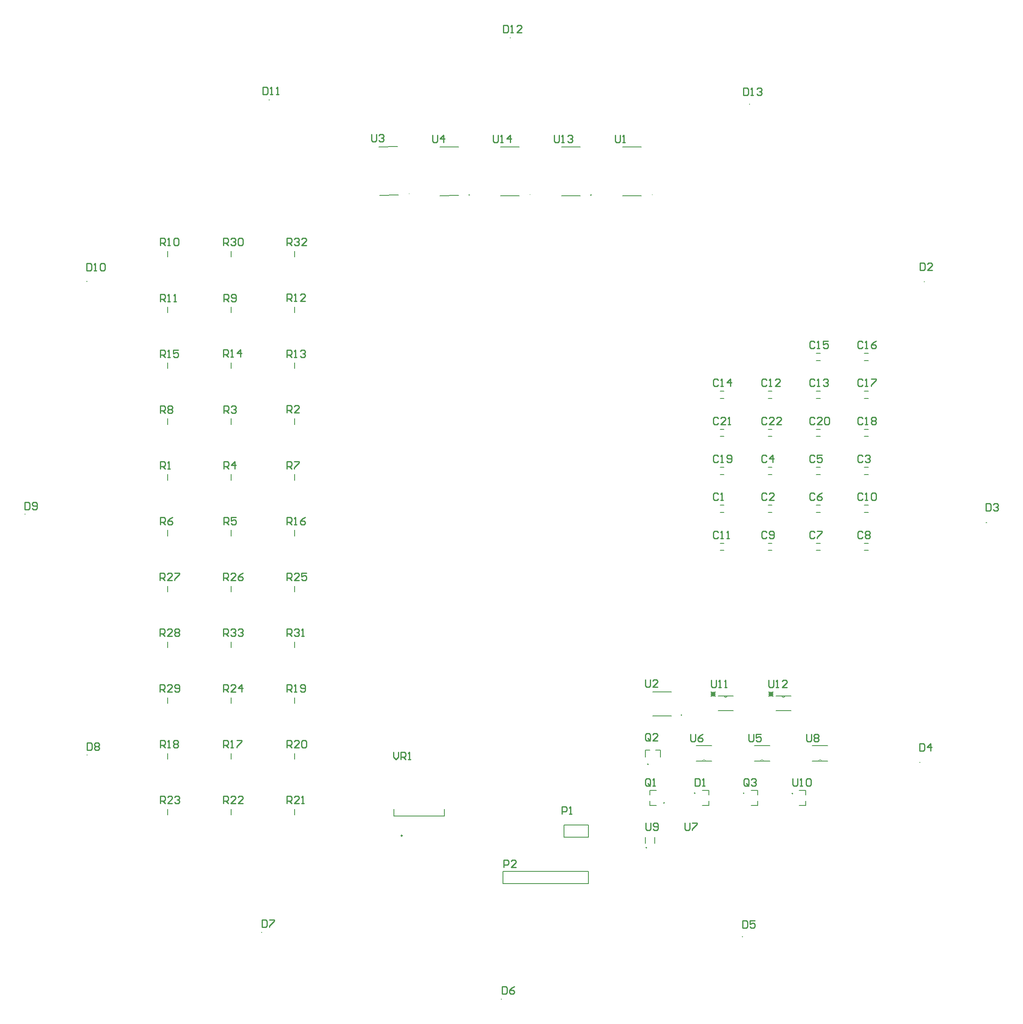
<source format=gbr>
%TF.GenerationSoftware,Altium Limited,Altium Designer,20.2.3 (150)*%
G04 Layer_Color=65535*
%FSLAX45Y45*%
%MOMM*%
%TF.SameCoordinates,D065702F-5D7C-4ECE-B493-19553C93D9E3*%
%TF.FilePolarity,Positive*%
%TF.FileFunction,Legend,Top*%
%TF.Part,Single*%
G01*
G75*
%TA.AperFunction,NonConductor*%
%ADD54C,0.20000*%
%ADD55C,0.12700*%
%ADD56C,0.25400*%
%ADD70C,0.00000*%
%ADD71C,0.15240*%
%ADD72C,0.25000*%
D54*
X13933437Y4147240D02*
G03*
X13933437Y4147240I-10000J0D01*
G01*
X14663745Y6905424D02*
G03*
X14663745Y6905424I-10000J0D01*
G01*
X15956410Y5278948D02*
G03*
X15956410Y5278948I-10000J0D01*
G01*
X14300247Y5078948D02*
G03*
X14300247Y5078948I-10000J0D01*
G01*
X14940247Y5278945D02*
G03*
X14940247Y5278945I-10000J0D01*
G01*
X13966934Y5880918D02*
G03*
X13966934Y5880918I-10000J0D01*
G01*
X16972569Y5272947D02*
G03*
X16972569Y5272947I-10000J0D01*
G01*
X14045103Y17729718D02*
G03*
X14045103Y17729718I-7787J-6274D01*
G01*
X10242006Y17732185D02*
G03*
X10242006Y17732185I-5796J-8149D01*
G01*
X11500069Y17733086D02*
G03*
X11500069Y17733086I2653J-9642D01*
G01*
X12780021Y17723444D02*
G03*
X12780021Y17723444I-10000J0D01*
G01*
X8989558Y17746742D02*
G03*
X8989558Y17746742I-3386J-9409D01*
G01*
X18461188Y10330155D02*
X18541187D01*
X18461188Y10480157D02*
X18541187D01*
X17460864Y10330155D02*
X17540865D01*
X17460864Y10480157D02*
X17540865D01*
X16460541Y10330155D02*
X16540541D01*
X16460541Y10480157D02*
X16540541D01*
X15460228Y10330155D02*
X15540228D01*
X15460228Y10480157D02*
X15540228D01*
X18461182Y11120476D02*
X18541182D01*
X18461182Y11270478D02*
X18541182D01*
X17460860Y11120476D02*
X17540858D01*
X17460860Y11270478D02*
X17540858D01*
X16460536Y11120476D02*
X16540536D01*
X16460536Y11270478D02*
X16540536D01*
X15460228Y11120476D02*
X15540228D01*
X15460228Y11270478D02*
X15540228D01*
X18461182Y11910792D02*
X18541182D01*
X18461182Y12060794D02*
X18541182D01*
X17460860Y11910792D02*
X17540858D01*
X17460860Y12060794D02*
X17540858D01*
X16460541Y11910792D02*
X16540541D01*
X16460541Y12060794D02*
X16540541D01*
X15460223Y11910797D02*
X15540224D01*
X15460223Y12060794D02*
X15540224D01*
X18461188Y12701118D02*
X18541187D01*
X18461188Y12851115D02*
X18541187D01*
X17460864Y12701118D02*
X17540865D01*
X17460864Y12851115D02*
X17540865D01*
X16460541Y12701118D02*
X16540541D01*
X16460541Y12851115D02*
X16540541D01*
X15460228Y12701118D02*
X15540228D01*
X15460228Y12851115D02*
X15540228D01*
X18461182Y13491438D02*
X18541182D01*
X18461182Y13641435D02*
X18541182D01*
X17460860Y13491438D02*
X17540858D01*
X17460860Y13641435D02*
X17540858D01*
X16460536Y13491438D02*
X16540536D01*
X16460536Y13641435D02*
X16540536D01*
X15460217Y13491438D02*
X15540218D01*
X15460217Y13641435D02*
X15540218D01*
X18461182Y14281755D02*
X18541182D01*
X18461182Y14431752D02*
X18541182D01*
X17460860Y14281755D02*
X17540858D01*
X17460860Y14431752D02*
X17540858D01*
X3962217Y16434044D02*
Y16554044D01*
X5282545Y16434044D02*
Y16554044D01*
X6602857Y16434044D02*
X6602862Y16554044D01*
X3962222Y15273726D02*
Y15393726D01*
X5282545Y15273726D02*
Y15393726D01*
X6602862Y15273726D02*
Y15393726D01*
X3962217Y14113403D02*
Y14233403D01*
X5282540Y14113403D02*
Y14233403D01*
X6602857Y14113403D02*
Y14233403D01*
X3962222Y12953085D02*
Y13073085D01*
X5282540Y12953085D02*
Y13073085D01*
X6602857Y12953085D02*
Y13073085D01*
X3962217Y11792763D02*
Y11912763D01*
X5282540Y11792763D02*
Y11912763D01*
X6602862Y11792763D02*
Y11912763D01*
X3962222Y10632445D02*
Y10752445D01*
X5282545Y10632445D02*
Y10752445D01*
X6602857Y10632445D02*
Y10752445D01*
X3962222Y9472127D02*
Y9592127D01*
X5282545Y9472127D02*
Y9592127D01*
X6602862Y9472127D02*
Y9592127D01*
X3962222Y8311805D02*
Y8431804D01*
X5282540Y8311799D02*
Y8431804D01*
X6602857Y8311805D02*
X6602862Y8431804D01*
X3962222Y7151487D02*
Y7271487D01*
X5282540Y7151487D02*
Y7271487D01*
X6602862Y7151487D02*
Y7271487D01*
X3962222Y5991164D02*
Y6111164D01*
X5282545Y5991164D02*
Y6111164D01*
X6602862Y5991164D02*
Y6111164D01*
X3962217Y4830846D02*
Y4950846D01*
X5282540Y4830846D02*
Y4950846D01*
X6602857Y4830846D02*
Y4950846D01*
X8670244Y4807458D02*
Y4947458D01*
Y4807458D02*
X9720240D01*
Y4947458D01*
X12720569Y4363679D02*
Y4617679D01*
X12212569Y4363679D02*
X12720569D01*
X12212569D02*
Y4617679D01*
X12720569D01*
X10942569Y3394893D02*
X12720569D01*
Y3648893D01*
X10942569D02*
X12720569D01*
X10942569Y3394893D02*
Y3648893D01*
X20993791Y10910077D02*
X21003789Y10909940D01*
X11090001Y20995004D02*
Y21005008D01*
X16075299Y19610699D02*
X16080322Y19619347D01*
X6075441Y19709587D02*
X6080440Y19700926D01*
X2282718Y15929752D02*
X2290714Y15923747D01*
X994644Y11089980D02*
X1004641Y11090021D01*
X2290760Y6075665D02*
X2299442Y6080623D01*
X5919556Y2380412D02*
X5924555Y2389068D01*
X10910001Y994994D02*
Y1004992D01*
X15919562Y2299071D02*
X15924561Y2290409D01*
X19610928Y5924555D02*
X19619591Y5919556D01*
X19700931Y15919562D02*
X19709587Y15924561D01*
D55*
X14095238Y4234439D02*
Y4364441D01*
X13900439Y4234439D02*
Y4364441D01*
X14054745Y7388423D02*
X14444746D01*
X14054745Y6883425D02*
X14444746D01*
X16241409Y5022449D02*
Y5117450D01*
Y5240452D02*
Y5335448D01*
X16101411D02*
X16241409D01*
X16101411Y5022449D02*
X16241409D01*
X13995248Y5240447D02*
Y5335448D01*
Y5022449D02*
Y5117450D01*
Y5022449D02*
X14135246D01*
X13995248Y5335448D02*
X14135246D01*
X15225249Y5022449D02*
Y5117445D01*
Y5240447D02*
Y5335448D01*
X15085248D02*
X15225249D01*
X15085248Y5022449D02*
X15225249D01*
X14118433Y6175919D02*
X14213434D01*
X13900433D02*
X13995430D01*
X13900433Y6035914D02*
Y6175919D01*
X14213434Y6035914D02*
Y6175919D01*
X17237569Y5027447D02*
Y5118948D01*
Y5243947D02*
Y5335448D01*
X17107565Y5027447D02*
X17237569D01*
X17107565Y5335448D02*
X17237569D01*
X13427817Y18724443D02*
X13817818D01*
X13427817Y17711440D02*
X13817818Y17711446D01*
X9625945Y18724565D02*
X10015946Y18724866D01*
X9626722Y17711568D02*
X10016724Y17711867D01*
X10893227Y18724443D02*
X11283224Y18724448D01*
X10893222Y17711446D02*
X11283224D01*
X12160519Y18724443D02*
X12550521D01*
X12160519Y17711446D02*
X12550521D01*
X8358729Y18727180D02*
X8748659Y18734212D01*
X8376991Y17714346D02*
X8766922Y17721378D01*
D56*
X15269934Y7382574D02*
X15354573Y7297934D01*
X15269934D02*
X15354573Y7382574D01*
X15269934Y7340254D02*
X15354573D01*
X15312253Y7297934D02*
Y7382574D01*
X16471915D02*
X16556554Y7297934D01*
X16471915D02*
X16556554Y7382574D01*
X16471915Y7340254D02*
X16556554D01*
X16514235Y7297934D02*
Y7382574D01*
X8660569Y6135316D02*
Y6033748D01*
X8711353Y5982965D01*
X8762137Y6033748D01*
Y6135316D01*
X8812920Y5982965D02*
Y6135316D01*
X8889096D01*
X8914487Y6109924D01*
Y6059140D01*
X8889096Y6033748D01*
X8812920D01*
X8863704D02*
X8914487Y5982965D01*
X8965271D02*
X9016054D01*
X8990663D01*
Y6135316D01*
X8965271Y6109924D01*
X10739714Y18969189D02*
Y18842232D01*
X10765106Y18816840D01*
X10815890D01*
X10841282Y18842232D01*
Y18969189D01*
X10892065Y18816840D02*
X10942849D01*
X10917457D01*
Y18969189D01*
X10892065Y18943799D01*
X11095199Y18816840D02*
Y18969189D01*
X11019024Y18893015D01*
X11120591D01*
X12006581Y18969496D02*
Y18842537D01*
X12031973Y18817145D01*
X12082756D01*
X12108148Y18842537D01*
Y18969496D01*
X12158932Y18817145D02*
X12209715D01*
X12184324D01*
Y18969496D01*
X12158932Y18944104D01*
X12285891D02*
X12311282Y18969496D01*
X12362066D01*
X12387458Y18944104D01*
Y18918712D01*
X12362066Y18893320D01*
X12336674D01*
X12362066D01*
X12387458Y18867928D01*
Y18842537D01*
X12362066Y18817145D01*
X12311282D01*
X12285891Y18842537D01*
X16473186Y7636135D02*
Y7509176D01*
X16498576Y7483785D01*
X16549361D01*
X16574751Y7509176D01*
Y7636135D01*
X16625536Y7483785D02*
X16676318D01*
X16650928D01*
Y7636135D01*
X16625536Y7610743D01*
X16854062Y7483785D02*
X16752495D01*
X16854062Y7585352D01*
Y7610743D01*
X16828670Y7636135D01*
X16777885D01*
X16752495Y7610743D01*
X15271204Y7636135D02*
Y7509176D01*
X15296596Y7483785D01*
X15347379D01*
X15372771Y7509176D01*
Y7636135D01*
X15423553Y7483785D02*
X15474338D01*
X15448946D01*
Y7636135D01*
X15423553Y7610743D01*
X15550513Y7483785D02*
X15601297D01*
X15575905D01*
Y7636135D01*
X15550513Y7610743D01*
X16968098Y5581448D02*
Y5454489D01*
X16993491Y5429097D01*
X17044273D01*
X17069666Y5454489D01*
Y5581448D01*
X17120450Y5429097D02*
X17171233D01*
X17145842D01*
Y5581448D01*
X17120450Y5556056D01*
X17247408D02*
X17272800Y5581448D01*
X17323584D01*
X17348976Y5556056D01*
Y5454489D01*
X17323584Y5429097D01*
X17272800D01*
X17247408Y5454489D01*
Y5556056D01*
X13909537Y4661071D02*
Y4534112D01*
X13934927Y4508720D01*
X13985712D01*
X14011102Y4534112D01*
Y4661071D01*
X14061887Y4534112D02*
X14087279Y4508720D01*
X14138062D01*
X14163454Y4534112D01*
Y4635679D01*
X14138062Y4661071D01*
X14087279D01*
X14061887Y4635679D01*
Y4610287D01*
X14087279Y4584895D01*
X14163454D01*
X17259439Y6505648D02*
Y6378689D01*
X17284831Y6353297D01*
X17335614D01*
X17361006Y6378689D01*
Y6505648D01*
X17411790Y6480256D02*
X17437183Y6505648D01*
X17487965D01*
X17513358Y6480256D01*
Y6454865D01*
X17487965Y6429473D01*
X17513358Y6404081D01*
Y6378689D01*
X17487965Y6353297D01*
X17437183D01*
X17411790Y6378689D01*
Y6404081D01*
X17437183Y6429473D01*
X17411790Y6454865D01*
Y6480256D01*
X17437183Y6429473D02*
X17487965D01*
X14728256Y4663698D02*
Y4536739D01*
X14753648Y4511347D01*
X14804431D01*
X14829823Y4536739D01*
Y4663698D01*
X14880608D02*
X14982175D01*
Y4638306D01*
X14880608Y4536739D01*
Y4511347D01*
X14845490Y6506392D02*
Y6379433D01*
X14870882Y6354041D01*
X14921664D01*
X14947057Y6379433D01*
Y6506392D01*
X15099406D02*
X15048624Y6481000D01*
X14997839Y6430216D01*
Y6379433D01*
X15023232Y6354041D01*
X15074014D01*
X15099406Y6379433D01*
Y6404824D01*
X15074014Y6430216D01*
X14997839D01*
X16052380Y6506428D02*
Y6379469D01*
X16077773Y6354077D01*
X16128555D01*
X16153947Y6379469D01*
Y6506428D01*
X16306297D02*
X16204732D01*
Y6430253D01*
X16255515Y6455644D01*
X16280907D01*
X16306297Y6430253D01*
Y6379469D01*
X16280907Y6354077D01*
X16230122D01*
X16204732Y6379469D01*
X9473695Y18970161D02*
Y18843202D01*
X9499086Y18817810D01*
X9549870D01*
X9575262Y18843202D01*
Y18970161D01*
X9702221Y18817810D02*
Y18970161D01*
X9626045Y18893987D01*
X9727612D01*
X8206100Y18982832D02*
Y18855875D01*
X8231492Y18830482D01*
X8282276D01*
X8307668Y18855875D01*
Y18982832D01*
X8358451Y18957442D02*
X8383843Y18982832D01*
X8434627D01*
X8460018Y18957442D01*
Y18932050D01*
X8434627Y18906657D01*
X8409235D01*
X8434627D01*
X8460018Y18881265D01*
Y18855875D01*
X8434627Y18830482D01*
X8383843D01*
X8358451Y18855875D01*
X13902785Y7637335D02*
Y7510376D01*
X13928177Y7484984D01*
X13978961D01*
X14004352Y7510376D01*
Y7637335D01*
X14156703Y7484984D02*
X14055136D01*
X14156703Y7586551D01*
Y7611943D01*
X14131311Y7637335D01*
X14080528D01*
X14055136Y7611943D01*
X13273820Y18970009D02*
Y18843050D01*
X13299213Y18817657D01*
X13349995D01*
X13375388Y18843050D01*
Y18970009D01*
X13426172Y18817657D02*
X13476955D01*
X13451564D01*
Y18970009D01*
X13426172Y18944617D01*
X5127430Y8547843D02*
Y8700193D01*
X5203605D01*
X5228997Y8674802D01*
Y8624018D01*
X5203605Y8598626D01*
X5127430D01*
X5178213D02*
X5228997Y8547843D01*
X5279781Y8674802D02*
X5305173Y8700193D01*
X5355956D01*
X5381348Y8674802D01*
Y8649410D01*
X5355956Y8624018D01*
X5330564D01*
X5355956D01*
X5381348Y8598626D01*
Y8573235D01*
X5355956Y8547843D01*
X5305173D01*
X5279781Y8573235D01*
X5432131Y8674802D02*
X5457523Y8700193D01*
X5508307D01*
X5533699Y8674802D01*
Y8649410D01*
X5508307Y8624018D01*
X5482915D01*
X5508307D01*
X5533699Y8598626D01*
Y8573235D01*
X5508307Y8547843D01*
X5457523D01*
X5432131Y8573235D01*
X6447081Y16670642D02*
Y16822992D01*
X6523257D01*
X6548649Y16797600D01*
Y16746817D01*
X6523257Y16721425D01*
X6447081D01*
X6497865D02*
X6548649Y16670642D01*
X6599432Y16797600D02*
X6624824Y16822992D01*
X6675607D01*
X6700999Y16797600D01*
Y16772209D01*
X6675607Y16746817D01*
X6650216D01*
X6675607D01*
X6700999Y16721425D01*
Y16696033D01*
X6675607Y16670642D01*
X6624824D01*
X6599432Y16696033D01*
X6853350Y16670642D02*
X6751783D01*
X6853350Y16772209D01*
Y16797600D01*
X6827958Y16822992D01*
X6777175D01*
X6751783Y16797600D01*
X6447081Y8546901D02*
Y8699252D01*
X6523257D01*
X6548649Y8673860D01*
Y8623076D01*
X6523257Y8597684D01*
X6447081D01*
X6497865D02*
X6548649Y8546901D01*
X6599432Y8673860D02*
X6624824Y8699252D01*
X6675607D01*
X6700999Y8673860D01*
Y8648468D01*
X6675607Y8623076D01*
X6650216D01*
X6675607D01*
X6700999Y8597684D01*
Y8572293D01*
X6675607Y8546901D01*
X6624824D01*
X6599432Y8572293D01*
X6751783Y8546901D02*
X6802566D01*
X6777175D01*
Y8699252D01*
X6751783Y8673860D01*
X5126762Y16671436D02*
Y16823787D01*
X5202937D01*
X5228329Y16798395D01*
Y16747610D01*
X5202937Y16722220D01*
X5126762D01*
X5177545D02*
X5228329Y16671436D01*
X5279113Y16798395D02*
X5304505Y16823787D01*
X5355288D01*
X5380680Y16798395D01*
Y16773003D01*
X5355288Y16747610D01*
X5329896D01*
X5355288D01*
X5380680Y16722220D01*
Y16696828D01*
X5355288Y16671436D01*
X5304505D01*
X5279113Y16696828D01*
X5431463Y16798395D02*
X5456855Y16823787D01*
X5507639D01*
X5533031Y16798395D01*
Y16696828D01*
X5507639Y16671436D01*
X5456855D01*
X5431463Y16696828D01*
Y16798395D01*
X3806442Y7387375D02*
Y7539726D01*
X3882618D01*
X3908010Y7514334D01*
Y7463551D01*
X3882618Y7438159D01*
X3806442D01*
X3857226D02*
X3908010Y7387375D01*
X4060360D02*
X3958793D01*
X4060360Y7488943D01*
Y7514334D01*
X4034969Y7539726D01*
X3984185D01*
X3958793Y7514334D01*
X4111144Y7412767D02*
X4136536Y7387375D01*
X4187319D01*
X4212711Y7412767D01*
Y7514334D01*
X4187319Y7539726D01*
X4136536D01*
X4111144Y7514334D01*
Y7488943D01*
X4136536Y7463551D01*
X4212711D01*
X3806445Y8548738D02*
Y8701088D01*
X3882620D01*
X3908012Y8675696D01*
Y8624913D01*
X3882620Y8599521D01*
X3806445D01*
X3857228D02*
X3908012Y8548738D01*
X4060362D02*
X3958795D01*
X4060362Y8650305D01*
Y8675696D01*
X4034971Y8701088D01*
X3984187D01*
X3958795Y8675696D01*
X4111146D02*
X4136538Y8701088D01*
X4187321D01*
X4212713Y8675696D01*
Y8650305D01*
X4187321Y8624913D01*
X4212713Y8599521D01*
Y8574129D01*
X4187321Y8548738D01*
X4136538D01*
X4111146Y8574129D01*
Y8599521D01*
X4136538Y8624913D01*
X4111146Y8650305D01*
Y8675696D01*
X4136538Y8624913D02*
X4187321D01*
X3806445Y9707555D02*
Y9859906D01*
X3882620D01*
X3908012Y9834514D01*
Y9783730D01*
X3882620Y9758338D01*
X3806445D01*
X3857228D02*
X3908012Y9707555D01*
X4060362D02*
X3958795D01*
X4060362Y9809122D01*
Y9834514D01*
X4034971Y9859906D01*
X3984187D01*
X3958795Y9834514D01*
X4111146Y9859906D02*
X4212713D01*
Y9834514D01*
X4111146Y9732947D01*
Y9707555D01*
X5126764Y9708597D02*
Y9860948D01*
X5202939D01*
X5228331Y9835556D01*
Y9784772D01*
X5202939Y9759380D01*
X5126764D01*
X5177547D02*
X5228331Y9708597D01*
X5380682D02*
X5279115D01*
X5380682Y9810164D01*
Y9835556D01*
X5355290Y9860948D01*
X5304507D01*
X5279115Y9835556D01*
X5533033Y9860948D02*
X5482249Y9835556D01*
X5431465Y9784772D01*
Y9733989D01*
X5456857Y9708597D01*
X5507641D01*
X5533033Y9733989D01*
Y9759380D01*
X5507641Y9784772D01*
X5431465D01*
X6447083Y9707094D02*
Y9859445D01*
X6523259D01*
X6548651Y9834053D01*
Y9783269D01*
X6523259Y9757878D01*
X6447083D01*
X6497867D02*
X6548651Y9707094D01*
X6701001D02*
X6599434D01*
X6701001Y9808661D01*
Y9834053D01*
X6675609Y9859445D01*
X6624826D01*
X6599434Y9834053D01*
X6853352Y9859445D02*
X6751785D01*
Y9783269D01*
X6802568Y9808661D01*
X6827960D01*
X6853352Y9783269D01*
Y9732486D01*
X6827960Y9707094D01*
X6777177D01*
X6751785Y9732486D01*
X5127636Y7387976D02*
Y7540327D01*
X5203811D01*
X5229203Y7514935D01*
Y7464151D01*
X5203811Y7438760D01*
X5127636D01*
X5178419D02*
X5229203Y7387976D01*
X5381554D02*
X5279986D01*
X5381554Y7489543D01*
Y7514935D01*
X5356162Y7540327D01*
X5305378D01*
X5279986Y7514935D01*
X5508512Y7387976D02*
Y7540327D01*
X5432337Y7464151D01*
X5533904D01*
X3807316Y5065834D02*
Y5218185D01*
X3883492D01*
X3908883Y5192793D01*
Y5142009D01*
X3883492Y5116617D01*
X3807316D01*
X3858100D02*
X3908883Y5065834D01*
X4061234D02*
X3959667D01*
X4061234Y5167401D01*
Y5192793D01*
X4035842Y5218185D01*
X3985059D01*
X3959667Y5192793D01*
X4112018D02*
X4137410Y5218185D01*
X4188193D01*
X4213585Y5192793D01*
Y5167401D01*
X4188193Y5142009D01*
X4162801D01*
X4188193D01*
X4213585Y5116617D01*
Y5091226D01*
X4188193Y5065834D01*
X4137410D01*
X4112018Y5091226D01*
X5127636Y5066877D02*
Y5219227D01*
X5203811D01*
X5229203Y5193835D01*
Y5143052D01*
X5203811Y5117660D01*
X5127636D01*
X5178419D02*
X5229203Y5066877D01*
X5381554D02*
X5279986D01*
X5381554Y5168444D01*
Y5193835D01*
X5356162Y5219227D01*
X5305378D01*
X5279986Y5193835D01*
X5533904Y5066877D02*
X5432337D01*
X5533904Y5168444D01*
Y5193835D01*
X5508512Y5219227D01*
X5457729D01*
X5432337Y5193835D01*
X6447955Y5067913D02*
Y5220264D01*
X6524130D01*
X6549522Y5194872D01*
Y5144089D01*
X6524130Y5118697D01*
X6447955D01*
X6498739D02*
X6549522Y5067913D01*
X6701873D02*
X6600306D01*
X6701873Y5169481D01*
Y5194872D01*
X6676481Y5220264D01*
X6625698D01*
X6600306Y5194872D01*
X6752657Y5067913D02*
X6803440D01*
X6778048D01*
Y5220264D01*
X6752657Y5194872D01*
X6447957Y6226736D02*
Y6379086D01*
X6524132D01*
X6549524Y6353694D01*
Y6302911D01*
X6524132Y6277519D01*
X6447957D01*
X6498741D02*
X6549524Y6226736D01*
X6701875D02*
X6600308D01*
X6701875Y6328303D01*
Y6353694D01*
X6676483Y6379086D01*
X6625700D01*
X6600308Y6353694D01*
X6752659D02*
X6778050Y6379086D01*
X6828834D01*
X6854226Y6353694D01*
Y6252127D01*
X6828834Y6226736D01*
X6778050D01*
X6752659Y6252127D01*
Y6353694D01*
X6447957Y7388093D02*
Y7540443D01*
X6524132D01*
X6549524Y7515052D01*
Y7464268D01*
X6524132Y7438876D01*
X6447957D01*
X6498741D02*
X6549524Y7388093D01*
X6600308D02*
X6651091D01*
X6625700D01*
Y7540443D01*
X6600308Y7515052D01*
X6727267Y7413485D02*
X6752659Y7388093D01*
X6803442D01*
X6828834Y7413485D01*
Y7515052D01*
X6803442Y7540443D01*
X6752659D01*
X6727267Y7515052D01*
Y7489660D01*
X6752659Y7464268D01*
X6828834D01*
X3807318Y6226655D02*
Y6379006D01*
X3883494D01*
X3908886Y6353614D01*
Y6302830D01*
X3883494Y6277438D01*
X3807318D01*
X3858102D02*
X3908886Y6226655D01*
X3959669D02*
X4010452D01*
X3985061D01*
Y6379006D01*
X3959669Y6353614D01*
X4086628D02*
X4112020Y6379006D01*
X4162803D01*
X4188195Y6353614D01*
Y6328222D01*
X4162803Y6302830D01*
X4188195Y6277438D01*
Y6252047D01*
X4162803Y6226655D01*
X4112020D01*
X4086628Y6252047D01*
Y6277438D01*
X4112020Y6302830D01*
X4086628Y6328222D01*
Y6353614D01*
X4112020Y6302830D02*
X4162803D01*
X5127638Y6227692D02*
Y6380043D01*
X5203813D01*
X5229205Y6354651D01*
Y6303868D01*
X5203813Y6278476D01*
X5127638D01*
X5178421D02*
X5229205Y6227692D01*
X5279988D02*
X5330772D01*
X5305380D01*
Y6380043D01*
X5279988Y6354651D01*
X5406947Y6380043D02*
X5508515D01*
Y6354651D01*
X5406947Y6253084D01*
Y6227692D01*
X6447954Y10867474D02*
Y11019824D01*
X6524129D01*
X6549521Y10994432D01*
Y10943649D01*
X6524129Y10918257D01*
X6447954D01*
X6498738D02*
X6549521Y10867474D01*
X6600305D02*
X6651088D01*
X6625697D01*
Y11019824D01*
X6600305Y10994432D01*
X6828831Y11019824D02*
X6778047Y10994432D01*
X6727264Y10943649D01*
Y10892865D01*
X6752656Y10867474D01*
X6803439D01*
X6828831Y10892865D01*
Y10918257D01*
X6803439Y10943649D01*
X6727264D01*
X3807315Y14349471D02*
Y14501820D01*
X3883491D01*
X3908882Y14476430D01*
Y14425645D01*
X3883491Y14400253D01*
X3807315D01*
X3858099D02*
X3908882Y14349471D01*
X3959666D02*
X4010449D01*
X3985058D01*
Y14501820D01*
X3959666Y14476430D01*
X4188192Y14501820D02*
X4086625D01*
Y14425645D01*
X4137408Y14451038D01*
X4162800D01*
X4188192Y14425645D01*
Y14374863D01*
X4162800Y14349471D01*
X4112017D01*
X4086625Y14374863D01*
X5127635Y14350513D02*
Y14502863D01*
X5203810D01*
X5229202Y14477470D01*
Y14426688D01*
X5203810Y14401295D01*
X5127635D01*
X5178418D02*
X5229202Y14350513D01*
X5279985D02*
X5330769D01*
X5305377D01*
Y14502863D01*
X5279985Y14477470D01*
X5483120Y14350513D02*
Y14502863D01*
X5406944Y14426688D01*
X5508511D01*
X6447954Y14349010D02*
Y14501360D01*
X6524129D01*
X6549521Y14475969D01*
Y14425185D01*
X6524129Y14399792D01*
X6447954D01*
X6498738D02*
X6549521Y14349010D01*
X6600305D02*
X6651088D01*
X6625697D01*
Y14501360D01*
X6600305Y14475969D01*
X6727264D02*
X6752656Y14501360D01*
X6803439D01*
X6828831Y14475969D01*
Y14450577D01*
X6803439Y14425185D01*
X6778047D01*
X6803439D01*
X6828831Y14399792D01*
Y14374402D01*
X6803439Y14349010D01*
X6752656D01*
X6727264Y14374402D01*
X6448803Y15510962D02*
Y15663313D01*
X6524979D01*
X6550371Y15637921D01*
Y15587138D01*
X6524979Y15561746D01*
X6448803D01*
X6499587D02*
X6550371Y15510962D01*
X6601154D02*
X6651938D01*
X6626546D01*
Y15663313D01*
X6601154Y15637921D01*
X6829680Y15510962D02*
X6728113D01*
X6829680Y15612531D01*
Y15637921D01*
X6804288Y15663313D01*
X6753505D01*
X6728113Y15637921D01*
X3808165Y15509459D02*
Y15661810D01*
X3884340D01*
X3909732Y15636418D01*
Y15585635D01*
X3884340Y15560243D01*
X3808165D01*
X3858948D02*
X3909732Y15509459D01*
X3960515D02*
X4011299D01*
X3985907D01*
Y15661810D01*
X3960515Y15636418D01*
X4087474Y15509459D02*
X4138258D01*
X4112866D01*
Y15661810D01*
X4087474Y15636418D01*
X3808165Y16670822D02*
Y16823172D01*
X3884340D01*
X3909732Y16797780D01*
Y16746997D01*
X3884340Y16721605D01*
X3808165D01*
X3858948D02*
X3909732Y16670822D01*
X3960515D02*
X4011299D01*
X3985907D01*
Y16823172D01*
X3960515Y16797780D01*
X4087474D02*
X4112866Y16823172D01*
X4163650D01*
X4189041Y16797780D01*
Y16696213D01*
X4163650Y16670822D01*
X4112866D01*
X4087474Y16696213D01*
Y16797780D01*
X5128484Y15509000D02*
Y15661349D01*
X5204659D01*
X5230051Y15635957D01*
Y15585175D01*
X5204659Y15559782D01*
X5128484D01*
X5179268D02*
X5230051Y15509000D01*
X5280835Y15534390D02*
X5306227Y15509000D01*
X5357010D01*
X5382402Y15534390D01*
Y15635957D01*
X5357010Y15661349D01*
X5306227D01*
X5280835Y15635957D01*
Y15610567D01*
X5306227Y15585175D01*
X5382402D01*
X3808167Y13189401D02*
Y13341753D01*
X3884342D01*
X3909734Y13316360D01*
Y13265578D01*
X3884342Y13240186D01*
X3808167D01*
X3858950D02*
X3909734Y13189401D01*
X3960517Y13316360D02*
X3985909Y13341753D01*
X4036693D01*
X4062085Y13316360D01*
Y13290968D01*
X4036693Y13265578D01*
X4062085Y13240186D01*
Y13214793D01*
X4036693Y13189401D01*
X3985909D01*
X3960517Y13214793D01*
Y13240186D01*
X3985909Y13265578D01*
X3960517Y13290968D01*
Y13316360D01*
X3985909Y13265578D02*
X4036693D01*
X6448805Y12030119D02*
Y12182470D01*
X6524981D01*
X6550373Y12157078D01*
Y12106295D01*
X6524981Y12080903D01*
X6448805D01*
X6499589D02*
X6550373Y12030119D01*
X6601156Y12182470D02*
X6702723D01*
Y12157078D01*
X6601156Y12055511D01*
Y12030119D01*
X3808167Y10868289D02*
Y11020640D01*
X3884342D01*
X3909734Y10995248D01*
Y10944465D01*
X3884342Y10919073D01*
X3808167D01*
X3858950D02*
X3909734Y10868289D01*
X4062085Y11020640D02*
X4011301Y10995248D01*
X3960517Y10944465D01*
Y10893681D01*
X3985909Y10868289D01*
X4036693D01*
X4062085Y10893681D01*
Y10919073D01*
X4036693Y10944465D01*
X3960517D01*
X5128486Y10869326D02*
Y11021677D01*
X5204661D01*
X5230053Y10996285D01*
Y10945502D01*
X5204661Y10920110D01*
X5128486D01*
X5179270D02*
X5230053Y10869326D01*
X5382404Y11021677D02*
X5280837D01*
Y10945502D01*
X5331620Y10970894D01*
X5357012D01*
X5382404Y10945502D01*
Y10894718D01*
X5357012Y10869326D01*
X5306229D01*
X5280837Y10894718D01*
X5128483Y12028149D02*
Y12180499D01*
X5204658D01*
X5230050Y12155108D01*
Y12104324D01*
X5204658Y12078932D01*
X5128483D01*
X5179267D02*
X5230050Y12028149D01*
X5357009D02*
Y12180499D01*
X5280834Y12104324D01*
X5382401D01*
X5128483Y13189505D02*
Y13341856D01*
X5204658D01*
X5230050Y13316464D01*
Y13265681D01*
X5204658Y13240289D01*
X5128483D01*
X5179267D02*
X5230050Y13189505D01*
X5280834Y13316464D02*
X5306226Y13341856D01*
X5357009D01*
X5382401Y13316464D01*
Y13291074D01*
X5357009Y13265681D01*
X5331617D01*
X5357009D01*
X5382401Y13240289D01*
Y13214897D01*
X5357009Y13189505D01*
X5306226D01*
X5280834Y13214897D01*
X6448802Y13190549D02*
Y13342899D01*
X6524978D01*
X6550370Y13317506D01*
Y13266724D01*
X6524978Y13241331D01*
X6448802D01*
X6499586D02*
X6550370Y13190549D01*
X6702720D02*
X6601153D01*
X6702720Y13292114D01*
Y13317506D01*
X6677329Y13342899D01*
X6626545D01*
X6601153Y13317506D01*
X3808164Y12028725D02*
Y12181076D01*
X3884339D01*
X3909731Y12155684D01*
Y12104901D01*
X3884339Y12079509D01*
X3808164D01*
X3858947D02*
X3909731Y12028725D01*
X3960514D02*
X4011298D01*
X3985906D01*
Y12181076D01*
X3960514Y12155684D01*
X16053267Y5457070D02*
Y5558637D01*
X16027875Y5584029D01*
X15977092D01*
X15951700Y5558637D01*
Y5457070D01*
X15977092Y5431678D01*
X16027875D01*
X16002484Y5482461D02*
X16053267Y5431678D01*
X16027875D02*
X16053267Y5457070D01*
X16104051Y5558637D02*
X16129443Y5584029D01*
X16180226D01*
X16205618Y5558637D01*
Y5533245D01*
X16180226Y5507853D01*
X16154834D01*
X16180226D01*
X16205618Y5482461D01*
Y5457070D01*
X16180226Y5431678D01*
X16129443D01*
X16104051Y5457070D01*
X14007401Y6395810D02*
Y6497377D01*
X13982008Y6522769D01*
X13931226D01*
X13905833Y6497377D01*
Y6395810D01*
X13931226Y6370418D01*
X13982008D01*
X13956618Y6421202D02*
X14007401Y6370418D01*
X13982008D02*
X14007401Y6395810D01*
X14159752Y6370418D02*
X14058183D01*
X14159752Y6471986D01*
Y6497377D01*
X14134360Y6522769D01*
X14083575D01*
X14058183Y6497377D01*
X14003835Y5458980D02*
Y5560547D01*
X13978442Y5585939D01*
X13927660D01*
X13902267Y5560547D01*
Y5458980D01*
X13927660Y5433588D01*
X13978442D01*
X13953052Y5484372D02*
X14003835Y5433588D01*
X13978442D02*
X14003835Y5458980D01*
X14054617Y5433588D02*
X14105402D01*
X14080009D01*
Y5585939D01*
X14054617Y5560547D01*
X10959086Y3735291D02*
Y3887642D01*
X11035261D01*
X11060653Y3862250D01*
Y3811467D01*
X11035261Y3786075D01*
X10959086D01*
X11213004Y3735291D02*
X11111437D01*
X11213004Y3836859D01*
Y3862250D01*
X11187612Y3887642D01*
X11136828D01*
X11111437Y3862250D01*
X12170656Y4847549D02*
Y4999900D01*
X12246831D01*
X12272223Y4974508D01*
Y4923725D01*
X12246831Y4898333D01*
X12170656D01*
X12323007Y4847549D02*
X12373790D01*
X12348398D01*
Y4999900D01*
X12323007Y4974508D01*
X15944380Y19951408D02*
Y19799057D01*
X16020555D01*
X16045947Y19824449D01*
Y19926016D01*
X16020555Y19951408D01*
X15944380D01*
X16096732Y19799057D02*
X16147514D01*
X16122122D01*
Y19951408D01*
X16096732Y19926016D01*
X16223689D02*
X16249081Y19951408D01*
X16299866D01*
X16325256Y19926016D01*
Y19900626D01*
X16299866Y19875233D01*
X16274474D01*
X16299866D01*
X16325256Y19849841D01*
Y19824449D01*
X16299866Y19799057D01*
X16249081D01*
X16223689Y19824449D01*
X10949940Y21257590D02*
Y21105240D01*
X11026115D01*
X11051507Y21130632D01*
Y21232199D01*
X11026115Y21257590D01*
X10949940D01*
X11102291Y21105240D02*
X11153074D01*
X11127683D01*
Y21257590D01*
X11102291Y21232199D01*
X11330817Y21105240D02*
X11229250D01*
X11330817Y21206807D01*
Y21232199D01*
X11305425Y21257590D01*
X11254641D01*
X11229250Y21232199D01*
X5944680Y19965678D02*
Y19813327D01*
X6020855D01*
X6046247Y19838719D01*
Y19940286D01*
X6020855Y19965678D01*
X5944680D01*
X6097031Y19813327D02*
X6147814D01*
X6122423D01*
Y19965678D01*
X6097031Y19940286D01*
X6223990Y19813327D02*
X6274773D01*
X6249381D01*
Y19965678D01*
X6223990Y19940286D01*
X2280920Y16304211D02*
Y16151860D01*
X2357095D01*
X2382487Y16177252D01*
Y16278819D01*
X2357095Y16304211D01*
X2280920D01*
X2433271Y16151860D02*
X2484054D01*
X2458663D01*
Y16304211D01*
X2433271Y16278819D01*
X2560230D02*
X2585621Y16304211D01*
X2636405D01*
X2661797Y16278819D01*
Y16177252D01*
X2636405Y16151860D01*
X2585621D01*
X2560230Y16177252D01*
Y16278819D01*
X995300Y11328351D02*
Y11176000D01*
X1071476D01*
X1096868Y11201392D01*
Y11302959D01*
X1071476Y11328351D01*
X995300D01*
X1147651Y11201392D02*
X1173043Y11176000D01*
X1223826D01*
X1249218Y11201392D01*
Y11302959D01*
X1223826Y11328351D01*
X1173043D01*
X1147651Y11302959D01*
Y11277567D01*
X1173043Y11252175D01*
X1249218D01*
X2288783Y6331371D02*
Y6179020D01*
X2364958D01*
X2390350Y6204412D01*
Y6305979D01*
X2364958Y6331371D01*
X2288783D01*
X2441133Y6305979D02*
X2466525Y6331371D01*
X2517309D01*
X2542701Y6305979D01*
Y6280587D01*
X2517309Y6255196D01*
X2542701Y6229804D01*
Y6204412D01*
X2517309Y6179020D01*
X2466525D01*
X2441133Y6204412D01*
Y6229804D01*
X2466525Y6255196D01*
X2441133Y6280587D01*
Y6305979D01*
X2466525Y6255196D02*
X2517309D01*
X5924360Y2645304D02*
Y2492953D01*
X6000536D01*
X6025927Y2518345D01*
Y2619912D01*
X6000536Y2645304D01*
X5924360D01*
X6076711D02*
X6178278D01*
Y2619912D01*
X6076711Y2518345D01*
Y2492953D01*
X10924540Y1259411D02*
Y1107060D01*
X11000715D01*
X11026107Y1132452D01*
Y1234019D01*
X11000715Y1259411D01*
X10924540D01*
X11178458D02*
X11127674Y1234019D01*
X11076891Y1183236D01*
Y1132452D01*
X11102283Y1107060D01*
X11153066D01*
X11178458Y1132452D01*
Y1157844D01*
X11153066Y1183236D01*
X11076891D01*
X15924060Y2631633D02*
Y2479283D01*
X16000235D01*
X16025627Y2504674D01*
Y2606241D01*
X16000235Y2631633D01*
X15924060D01*
X16177979D02*
X16076411D01*
Y2555458D01*
X16127194Y2580850D01*
X16152586D01*
X16177979Y2555458D01*
Y2504674D01*
X16152586Y2479283D01*
X16101802D01*
X16076411Y2504674D01*
X19608800Y6309311D02*
Y6156960D01*
X19684975D01*
X19710367Y6182352D01*
Y6283919D01*
X19684975Y6309311D01*
X19608800D01*
X19837326Y6156960D02*
Y6309311D01*
X19761151Y6233135D01*
X19862718D01*
X20993100Y11302951D02*
Y11150600D01*
X21069275D01*
X21094667Y11175992D01*
Y11277559D01*
X21069275Y11302951D01*
X20993100D01*
X21145451Y11277559D02*
X21170844Y11302951D01*
X21221626D01*
X21247018Y11277559D01*
Y11252167D01*
X21221626Y11226775D01*
X21196234D01*
X21221626D01*
X21247018Y11201383D01*
Y11175992D01*
X21221626Y11150600D01*
X21170844D01*
X21145451Y11175992D01*
X19621500Y16309291D02*
Y16156940D01*
X19697675D01*
X19723067Y16182332D01*
Y16283899D01*
X19697675Y16309291D01*
X19621500D01*
X19875418Y16156940D02*
X19773851D01*
X19875418Y16258507D01*
Y16283899D01*
X19850026Y16309291D01*
X19799243D01*
X19773851Y16283899D01*
X14935538Y5584026D02*
Y5431675D01*
X15011713D01*
X15037105Y5457067D01*
Y5558634D01*
X15011713Y5584026D01*
X14935538D01*
X15087888Y5431675D02*
X15138672D01*
X15113280D01*
Y5584026D01*
X15087888Y5558634D01*
X16423666Y13078374D02*
X16398274Y13103764D01*
X16347490D01*
X16322098Y13078374D01*
Y12976807D01*
X16347490Y12951414D01*
X16398274D01*
X16423666Y12976807D01*
X16576016Y12951414D02*
X16474449D01*
X16576016Y13052982D01*
Y13078374D01*
X16550626Y13103764D01*
X16499841D01*
X16474449Y13078374D01*
X16728368Y12951414D02*
X16626801D01*
X16728368Y13052982D01*
Y13078374D01*
X16702975Y13103764D01*
X16652193D01*
X16626801Y13078374D01*
X15422906D02*
X15397514Y13103764D01*
X15346730D01*
X15321338Y13078374D01*
Y12976807D01*
X15346730Y12951414D01*
X15397514D01*
X15422906Y12976807D01*
X15575256Y12951414D02*
X15473689D01*
X15575256Y13052982D01*
Y13078374D01*
X15549866Y13103764D01*
X15499081D01*
X15473689Y13078374D01*
X15626041Y12951414D02*
X15676823D01*
X15651431D01*
Y13103764D01*
X15626041Y13078374D01*
X17421886D02*
X17396494Y13103764D01*
X17345711D01*
X17320319Y13078374D01*
Y12976807D01*
X17345711Y12951414D01*
X17396494D01*
X17421886Y12976807D01*
X17574236Y12951414D02*
X17472668D01*
X17574236Y13052982D01*
Y13078374D01*
X17548845Y13103764D01*
X17498061D01*
X17472668Y13078374D01*
X17625020D02*
X17650412Y13103764D01*
X17701195D01*
X17726587Y13078374D01*
Y12976807D01*
X17701195Y12951414D01*
X17650412D01*
X17625020Y12976807D01*
Y13078374D01*
X15422906Y12288433D02*
X15397514Y12313825D01*
X15346730D01*
X15321338Y12288433D01*
Y12186866D01*
X15346730Y12161474D01*
X15397514D01*
X15422906Y12186866D01*
X15473689Y12161474D02*
X15524474D01*
X15499081D01*
Y12313825D01*
X15473689Y12288433D01*
X15600648Y12186866D02*
X15626041Y12161474D01*
X15676823D01*
X15702216Y12186866D01*
Y12288433D01*
X15676823Y12313825D01*
X15626041D01*
X15600648Y12288433D01*
Y12263042D01*
X15626041Y12237650D01*
X15702216D01*
X18422646Y13078374D02*
X18397253Y13103764D01*
X18346471D01*
X18321078Y13078374D01*
Y12976807D01*
X18346471Y12951414D01*
X18397253D01*
X18422646Y12976807D01*
X18473428Y12951414D02*
X18524213D01*
X18498820D01*
Y13103764D01*
X18473428Y13078374D01*
X18600388D02*
X18625780Y13103764D01*
X18676562D01*
X18701955Y13078374D01*
Y13052982D01*
X18676562Y13027589D01*
X18701955Y13002197D01*
Y12976807D01*
X18676562Y12951414D01*
X18625780D01*
X18600388Y12976807D01*
Y13002197D01*
X18625780Y13027589D01*
X18600388Y13052982D01*
Y13078374D01*
X18625780Y13027589D02*
X18676562D01*
X18422646Y13870853D02*
X18397253Y13896245D01*
X18346471D01*
X18321078Y13870853D01*
Y13769286D01*
X18346471Y13743893D01*
X18397253D01*
X18422646Y13769286D01*
X18473428Y13743893D02*
X18524213D01*
X18498820D01*
Y13896245D01*
X18473428Y13870853D01*
X18600388Y13896245D02*
X18701955D01*
Y13870853D01*
X18600388Y13769286D01*
Y13743893D01*
X18422646Y14660793D02*
X18397253Y14686185D01*
X18346471D01*
X18321078Y14660793D01*
Y14559225D01*
X18346471Y14533833D01*
X18397253D01*
X18422646Y14559225D01*
X18473428Y14533833D02*
X18524213D01*
X18498820D01*
Y14686185D01*
X18473428Y14660793D01*
X18701955Y14686185D02*
X18651170Y14660793D01*
X18600388Y14610010D01*
Y14559225D01*
X18625780Y14533833D01*
X18676562D01*
X18701955Y14559225D01*
Y14584618D01*
X18676562Y14610010D01*
X18600388D01*
X17421886Y14660793D02*
X17396494Y14686185D01*
X17345711D01*
X17320319Y14660793D01*
Y14559225D01*
X17345711Y14533833D01*
X17396494D01*
X17421886Y14559225D01*
X17472668Y14533833D02*
X17523453D01*
X17498061D01*
Y14686185D01*
X17472668Y14660793D01*
X17701195Y14686185D02*
X17599628D01*
Y14610010D01*
X17650410Y14635402D01*
X17675803D01*
X17701195Y14610010D01*
Y14559225D01*
X17675803Y14533833D01*
X17625020D01*
X17599628Y14559225D01*
X15422906Y13870853D02*
X15397514Y13896245D01*
X15346730D01*
X15321338Y13870853D01*
Y13769286D01*
X15346730Y13743893D01*
X15397514D01*
X15422906Y13769286D01*
X15473689Y13743893D02*
X15524474D01*
X15499081D01*
Y13896245D01*
X15473689Y13870853D01*
X15676823Y13743893D02*
Y13896245D01*
X15600648Y13820070D01*
X15702216D01*
X17421886Y13870853D02*
X17396494Y13896245D01*
X17345711D01*
X17320319Y13870853D01*
Y13769286D01*
X17345711Y13743893D01*
X17396494D01*
X17421886Y13769286D01*
X17472668Y13743893D02*
X17523453D01*
X17498061D01*
Y13896245D01*
X17472668Y13870853D01*
X17599628D02*
X17625020Y13896245D01*
X17675803D01*
X17701195Y13870853D01*
Y13845462D01*
X17675803Y13820070D01*
X17650410D01*
X17675803D01*
X17701195Y13794678D01*
Y13769286D01*
X17675803Y13743893D01*
X17625020D01*
X17599628Y13769286D01*
X16423666Y13870853D02*
X16398274Y13896245D01*
X16347490D01*
X16322098Y13870853D01*
Y13769286D01*
X16347490Y13743893D01*
X16398274D01*
X16423666Y13769286D01*
X16474449Y13743893D02*
X16525233D01*
X16499841D01*
Y13896245D01*
X16474449Y13870853D01*
X16702975Y13743893D02*
X16601408D01*
X16702975Y13845462D01*
Y13870853D01*
X16677583Y13896245D01*
X16626801D01*
X16601408Y13870853D01*
X15422906Y10708553D02*
X15397514Y10733945D01*
X15346730D01*
X15321338Y10708553D01*
Y10606986D01*
X15346730Y10581594D01*
X15397514D01*
X15422906Y10606986D01*
X15473689Y10581594D02*
X15524474D01*
X15499081D01*
Y10733945D01*
X15473689Y10708553D01*
X15600648Y10581594D02*
X15651431D01*
X15626041D01*
Y10733945D01*
X15600648Y10708553D01*
X18422646Y11498493D02*
X18397253Y11523885D01*
X18346471D01*
X18321078Y11498493D01*
Y11396926D01*
X18346471Y11371534D01*
X18397253D01*
X18422646Y11396926D01*
X18473428Y11371534D02*
X18524213D01*
X18498820D01*
Y11523885D01*
X18473428Y11498493D01*
X18600388D02*
X18625780Y11523885D01*
X18676562D01*
X18701955Y11498493D01*
Y11396926D01*
X18676562Y11371534D01*
X18625780D01*
X18600388Y11396926D01*
Y11498493D01*
X16423666Y10708553D02*
X16398274Y10733945D01*
X16347490D01*
X16322098Y10708553D01*
Y10606986D01*
X16347490Y10581594D01*
X16398274D01*
X16423666Y10606986D01*
X16474449D02*
X16499841Y10581594D01*
X16550626D01*
X16576016Y10606986D01*
Y10708553D01*
X16550626Y10733945D01*
X16499841D01*
X16474449Y10708553D01*
Y10683162D01*
X16499841Y10657770D01*
X16576016D01*
X18422646Y10708553D02*
X18397253Y10733945D01*
X18346471D01*
X18321078Y10708553D01*
Y10606986D01*
X18346471Y10581594D01*
X18397253D01*
X18422646Y10606986D01*
X18473428Y10708553D02*
X18498820Y10733945D01*
X18549605D01*
X18574995Y10708553D01*
Y10683162D01*
X18549605Y10657770D01*
X18574995Y10632378D01*
Y10606986D01*
X18549605Y10581594D01*
X18498820D01*
X18473428Y10606986D01*
Y10632378D01*
X18498820Y10657770D01*
X18473428Y10683162D01*
Y10708553D01*
X18498820Y10657770D02*
X18549605D01*
X17421886Y10708553D02*
X17396494Y10733945D01*
X17345711D01*
X17320319Y10708553D01*
Y10606986D01*
X17345711Y10581594D01*
X17396494D01*
X17421886Y10606986D01*
X17472668Y10733945D02*
X17574236D01*
Y10708553D01*
X17472668Y10606986D01*
Y10581594D01*
X17421886Y11498493D02*
X17396494Y11523885D01*
X17345711D01*
X17320319Y11498493D01*
Y11396926D01*
X17345711Y11371534D01*
X17396494D01*
X17421886Y11396926D01*
X17574236Y11523885D02*
X17523453Y11498493D01*
X17472668Y11447710D01*
Y11396926D01*
X17498061Y11371534D01*
X17548845D01*
X17574236Y11396926D01*
Y11422318D01*
X17548845Y11447710D01*
X17472668D01*
X17421886Y12288433D02*
X17396494Y12313825D01*
X17345711D01*
X17320319Y12288433D01*
Y12186866D01*
X17345711Y12161474D01*
X17396494D01*
X17421886Y12186866D01*
X17574236Y12313825D02*
X17472668D01*
Y12237650D01*
X17523453Y12263042D01*
X17548845D01*
X17574236Y12237650D01*
Y12186866D01*
X17548845Y12161474D01*
X17498061D01*
X17472668Y12186866D01*
X16423666Y12288433D02*
X16398274Y12313825D01*
X16347490D01*
X16322098Y12288433D01*
Y12186866D01*
X16347490Y12161474D01*
X16398274D01*
X16423666Y12186866D01*
X16550626Y12161474D02*
Y12313825D01*
X16474449Y12237650D01*
X16576016D01*
X18422646Y12288433D02*
X18397253Y12313825D01*
X18346471D01*
X18321078Y12288433D01*
Y12186866D01*
X18346471Y12161474D01*
X18397253D01*
X18422646Y12186866D01*
X18473428Y12288433D02*
X18498820Y12313825D01*
X18549605D01*
X18574995Y12288433D01*
Y12263042D01*
X18549605Y12237650D01*
X18524213D01*
X18549605D01*
X18574995Y12212258D01*
Y12186866D01*
X18549605Y12161474D01*
X18498820D01*
X18473428Y12186866D01*
X16423666Y11498493D02*
X16398274Y11523885D01*
X16347490D01*
X16322098Y11498493D01*
Y11396926D01*
X16347490Y11371534D01*
X16398274D01*
X16423666Y11396926D01*
X16576016Y11371534D02*
X16474449D01*
X16576016Y11473102D01*
Y11498493D01*
X16550626Y11523885D01*
X16499841D01*
X16474449Y11498493D01*
X15422906D02*
X15397514Y11523885D01*
X15346730D01*
X15321338Y11498493D01*
Y11396926D01*
X15346730Y11371534D01*
X15397514D01*
X15422906Y11396926D01*
X15473689Y11371534D02*
X15524474D01*
X15499081D01*
Y11523885D01*
X15473689Y11498493D01*
D70*
X17567915Y5949416D02*
G03*
X17506955Y5949416I-30480J0D01*
G01*
X16360857D02*
G03*
X16299896Y5949416I-30480J0D01*
G01*
X15153796Y5949419D02*
G03*
X15092838Y5949419I-30480J0D01*
G01*
D71*
X15544254Y7304715D02*
G03*
X15605214Y7304715I30480J0D01*
G01*
X16746236D02*
G03*
X16807195Y7304715I30480J0D01*
G01*
X17567915Y5949417D02*
X17697455D01*
X17506955D02*
X17567915D01*
X17377415D02*
X17506955D01*
X17377415Y6269457D02*
X17697455D01*
X16360857Y5949417D02*
X16490396D01*
X16299896D02*
X16360857D01*
X16170357D02*
X16299896D01*
X16170357Y6269457D02*
X16490396D01*
X15153796Y5949417D02*
X15283337D01*
X15092838D02*
X15153796D01*
X14963297D02*
X15092838D01*
X14963297Y6269457D02*
X15283337D01*
X15419797Y7304715D02*
X15544257D01*
X15605215D01*
X15729675D01*
X15419797Y6994835D02*
X15729675D01*
X16621774Y7304715D02*
X16746236D01*
X16807195D01*
X16931654D01*
X16621774Y6994835D02*
X16931654D01*
D72*
X8846240Y4397455D02*
G03*
X8846240Y4397455I-12500J0D01*
G01*
%TF.MD5,471aa0e10abbd6a1725b790f2cb91477*%
M02*

</source>
